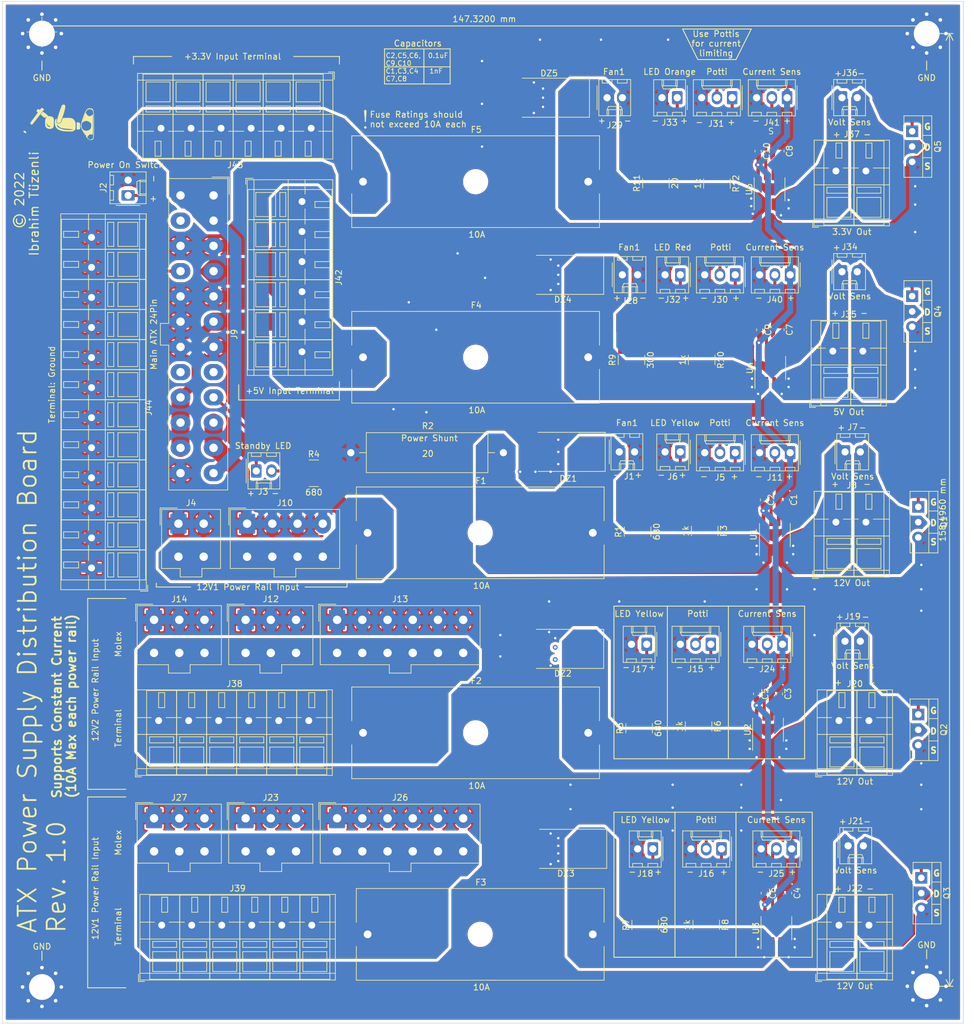
<source format=kicad_pcb>
(kicad_pcb (version 20211014) (generator pcbnew)
  (title_block (title "ATX Power Supply Distribution Board") (date "21.03.2022") (rev "1.0") (company "Ibrahim Tüzenli"))
  (layers (0 "F.Cu" signal) (31 "B.Cu" signal) (34 "B.Paste" user) (35 "F.Paste" user) (36 "B.SilkS" user "B.Silkscreen") (37 "F.SilkS" user "F.Silkscreen") (38 "B.Mask" user) (39 "F.Mask" user) (44 "Edge.Cuts" user))
  (net 0 "")
  (net 1 "Net-(C1-Pad2)")
  (net 2 "GND")
  (net 3 "+5V")
  (net 4 "Net-(C3-Pad2)")
  (net 5 "Net-(C4-Pad2)")
  (net 6 "Net-(C7-Pad2)")
  (net 7 "Net-(C8-Pad2)")
  (net 8 "Net-(DZ1-Pad1)")
  (net 9 "Net-(DZ2-Pad1)")
  (net 10 "Net-(DZ3-Pad1)")
  (net 11 "Net-(DZ5-Pad1)")
  (net 12 "+12V1")
  (net 13 "+12V2")
  (net 14 "+12V3")
  (net 15 "+3.3V")
  (net 16 "PS_ON")
  (net 17 "+5VSB")
  (net 18 "Net-(J3-Pad2)")
  (net 19 "Net-(J5-Pad2)")
  (net 20 "Net-(J5-Pad1)")
  (net 21 "Net-(J6-Pad1)")
  (net 22 "Net-(J7-Pad1)")
  (net 23 "12V1-")
  (net 24 "PWR_OK")
  (net 25 "-12V")
  (net 26 "-5V")
  (net 27 "Net-(J11-Pad2)")
  (net 28 "Net-(J15-Pad1)")
  (net 29 "Net-(J15-Pad2)")
  (net 30 "Net-(J16-Pad2)")
  (net 31 "Net-(J16-Pad1)")
  (net 32 "Net-(J17-Pad1)")
  (net 33 "Net-(J18-Pad1)")
  (net 34 "Net-(J19-Pad1)")
  (net 35 "12V2-")
  (net 36 "Net-(J21-Pad1)")
  (net 37 "12V3-")
  (net 38 "Net-(J24-Pad2)")
  (net 39 "Net-(J25-Pad2)")
  (net 40 "Net-(J30-Pad2)")
  (net 41 "Net-(J30-Pad1)")
  (net 42 "Net-(J31-Pad1)")
  (net 43 "Net-(J31-Pad2)")
  (net 44 "Net-(J32-Pad1)")
  (net 45 "Net-(J33-Pad1)")
  (net 46 "5V-")
  (net 47 "Net-(J34-Pad1)")
  (net 48 "Net-(J36-Pad1)")
  (net 49 "3.3V-")
  (net 50 "Net-(J40-Pad2)")
  (net 51 "Net-(J41-Pad2)")
  (net 52 "+F5V")
  (footprint "Capacitor_SMD:C_0603_1608Metric_Pad1.05x0.95mm_HandSolder" (layer "F.Cu") (at 142.621 98.411 -90)
    (fp_text reference "C2")
    (fp_text value "0.1uF")
  )
  (footprint "Capacitor_SMD:C_0603_1608Metric_Pad1.05x0.95mm_HandSolder" (layer "F.Cu") (at 145.288 130.683 -90)
    (fp_text reference "C3")
    (fp_text value "1nF")
  )
  (footprint "Capacitor_SMD:C_0603_1608Metric_Pad1.05x0.95mm_HandSolder" (layer "F.Cu") (at 145.542 70.104 -90)
    (fp_text reference "C7")
    (fp_text value "1nF")
  )
  (footprint "Capacitor_SMD:C_0603_1608Metric_Pad1.05x0.95mm_HandSolder" (layer "F.Cu") (at 145.542 40.386 -90)
    (fp_text reference "C8")
    (fp_text value "1nF")
  )
  (footprint "Capacitor_SMD:C_0603_1608Metric_Pad1.05x0.95mm_HandSolder" (layer "F.Cu") (at 141.986 70.104 -90)
    (fp_text reference "C9")
    (fp_text value "0.1uF")
  )
  (footprint "Capacitor_SMD:C_0603_1608Metric_Pad1.05x0.95mm_HandSolder" (layer "F.Cu") (at 141.732 40.386 -90)
    (fp_text reference "C10")
    (fp_text value "0.1uF")
  )
  (footprint "Diode_SMD:D_SMC_Handsoldering" (layer "F.Cu") (at 109.22 123.19 180)
    (fp_text reference "DZ2")
    (fp_text value "D_Zener_ALT")
  )
  (footprint "Diode_SMD:D_SMC_Handsoldering" (layer "F.Cu") (at 109.22 60.96 180)
    (fp_text reference "DZ4")
    (fp_text value "D_Zener_ALT")
  )
  (footprint "Diode_SMD:D_SMC_Handsoldering" (layer "F.Cu") (at 106.852 31.496 180)
    (fp_text reference "DZ5")
    (fp_text value "D_Zener_ALT")
  )
  (footprint "Fuse:Fuseholder_Cylinder-6.3x32mm_Schurter_0031-8002_Horizontal_Open" (layer "F.Cu") (at 76.708 103.886)
    (fp_text reference "F1")
    (fp_text value "10A")
  )
  (footprint "Fuse:Fuseholder_Cylinder-6.3x32mm_Schurter_0031-8002_Horizontal_Open" (layer "F.Cu") (at 75.946 137.16)
    (fp_text reference "F2")
    (fp_text value "10A")
  )
  (footprint "Fuse:Fuseholder_Cylinder-6.3x32mm_Schurter_0031-8002_Horizontal_Open" (layer "F.Cu") (at 76.708 170.688)
    (fp_text reference "F3")
    (fp_text value "10A")
  )
  (footprint "Fuse:Fuseholder_Cylinder-6.3x32mm_Schurter_0031-8002_Horizontal_Open" (layer "F.Cu") (at 75.946 45.466)
    (fp_text reference "F5")
    (fp_text value "10A")
  )
  (footprint "Connector_Molex:Molex_KK-254_AE-6410-02A_1x02_P2.54mm_Vertical" (layer "F.Cu") (at 118.618 90.424)
    (fp_text reference "J1")
    (fp_text value "Fan1")
  )
  (footprint "Connector_Molex:Molex_KK-254_AE-6410-02A_1x02_P2.54mm_Vertical" (layer "F.Cu") (at 58.166 93.599)
    (fp_text reference "J3")
    (fp_text value "Standby LED")
  )
  (footprint "Connector_Molex:Molex_Mini-Fit_Jr_5566-04A_2x02_P4.20mm_Vertical" (layer "F.Cu") (at 45.212 102.362)
    (fp_text reference "J4")
    (fp_text value "ATX 12V1 Input")
  )
  (footprint "Connector_Molex:Molex_KK-254_AE-6410-02A_1x02_P2.54mm_Vertical" (layer "F.Cu") (at 128.778 90.424 180)
    (fp_text reference "J6")
    (fp_text value "LED Yellow")
  )
  (footprint "Connector_Molex:Molex_KK-254_AE-6410-02A_1x02_P2.54mm_Vertical" (layer "F.Cu") (at 156.21 90.424)
    (fp_text reference "J7")
    (fp_text value "Volt Sens")
  )
  (footprint "Connector_Molex:Molex_Mini-Fit_Jr_5566-24A_2x12_P4.20mm_Vertical" (layer "F.Cu") (at 51.054 47.752 -90)
    (fp_text reference "J9")
    (fp_text value "Main ATX 24Pin")
  )
  (footprint "Connector_Molex:Molex_KK-254_AE-6410-03A_1x03_P2.54mm_Vertical" (layer "F.Cu") (at 147.066 90.551 180)
    (fp_text reference "J11")
    (fp_text value "Current Sens")
  )
  (footprint "Connector_Molex:Molex_KK-254_AE-6410-03A_1x03_P2.54mm_Vertical" (layer "F.Cu") (at 135.636 156.464 180)
    (fp_text reference "J16")
    (fp_text value "Potti")
  )
  (footprint "Connector_Molex:Molex_KK-254_AE-6410-02A_1x02_P2.54mm_Vertical" (layer "F.Cu") (at 123.19 122.428 180)
    (fp_text reference "J17")
    (fp_text value "LED Yellow")
  )
  (footprint "Connector_Molex:Molex_KK-254_AE-6410-02A_1x02_P2.54mm_Vertical" (layer "F.Cu") (at 124.206 156.464 180)
    (fp_text reference "J18")
    (fp_text value "LED Yellow")
  )
  (footprint "Connector_Molex:Molex_KK-254_AE-6410-02A_1x02_P2.54mm_Vertical" (layer "F.Cu") (at 156.21 121.92)
    (fp_text reference "J19")
    (fp_text value "Volt Sens")
  )
  (footprint "Connector_Molex:Molex_KK-254_AE-6410-02A_1x02_P2.54mm_Vertical" (layer "F.Cu") (at 156.718 155.956)
    (fp_text reference "J21")
    (fp_text value "Volt Sens")
  )
  (footprint "Connector_Molex:Molex_Mini-Fit_Jr_5566-06A_2x03_P4.20mm_Vertical" (layer "F.Cu") (at 56.388 151.384)
    (fp_text reference "J23")
    (fp_text value "Molex: ATX 12V3 Input")
  )
  (footprint "Connector_Molex:Molex_KK-254_AE-6410-03A_1x03_P2.54mm_Vertical" (layer "F.Cu") (at 145.796 122.428 180)
    (fp_text reference "J24")
    (fp_text value "Current Sens")
  )
  (footprint "Connector_Molex:Molex_Mini-Fit_Jr_5566-12A_2x06_P4.20mm_Vertical" (layer "F.Cu") (at 71.628 151.384)
    (fp_text reference "J26")
    (fp_text value "Molex: ATX 12V3 Input")
  )
  (footprint "Connector_Molex:Molex_Mini-Fit_Jr_5566-06A_2x03_P4.20mm_Vertical" (layer "F.Cu") (at 41.148 151.384)
    (fp_text reference "J27")
    (fp_text value "Molex: ATX 12V3 Input")
  )
  (footprint "Connector_Molex:Molex_KK-254_AE-6410-02A_1x02_P2.54mm_Vertical" (layer "F.Cu") (at 119.126 60.96)
    (fp_text reference "J28")
    (fp_text value "Fan1")
  )
  (footprint "Connector_Molex:Molex_KK-254_AE-6410-02A_1x02_P2.54mm_Vertical" (layer "F.Cu") (at 116.586 31.496)
    (fp_text reference "J29")
    (fp_text value "Fan1")
  )
  (footprint "Connector_Molex:Molex_KK-254_AE-6410-03A_1x03_P2.54mm_Vertical" (layer "F.Cu") (at 137.922 60.96 180)
    (fp_text reference "J30")
    (fp_text value "Potti")
  )
  (footprint "Connector_Molex:Molex_KK-254_AE-6410-03A_1x03_P2.54mm_Vertical" (layer "F.Cu") (at 137.414 31.496 180)
    (fp_text reference "J31")
    (fp_text value "Potti")
  )
  (footprint "Connector_Molex:Molex_KK-254_AE-6410-02A_1x02_P2.54mm_Vertical" (layer "F.Cu") (at 128.778 60.96 180)
    (fp_text reference "J32")
    (fp_text value "LED Red")
  )
  (footprint "Connector_Molex:Molex_KK-254_AE-6410-02A_1x02_P2.54mm_Vertical" (layer "F.Cu") (at 128.27 31.496 180)
    (fp_text reference "J33")
    (fp_text value "LED Orange")
  )
  (footprint "Connector_Molex:Molex_KK-254_AE-6410-02A_1x02_P2.54mm_Vertical" (layer "F.Cu") (at 155.702 60.452)
    (fp_text reference "J34")
    (fp_text value "Volt Sens")
  )
  (footprint "Connector_Molex:Molex_KK-254_AE-6410-02A_1x02_P2.54mm_Vertical" (layer "F.Cu") (at 155.702 31.496)
    (fp_text reference "J36")
    (fp_text value "Volt Sens")
  )
  (footprint "Connector_Molex:Molex_KK-254_AE-6410-03A_1x03_P2.54mm_Vertical" (layer "F.Cu") (at 147.066 60.96 180)
    (fp_text reference "J40")
    (fp_text value "Current Sens")
  )
  (footprint "Connector_Molex:Molex_KK-254_AE-6410-03A_1x03_P2.54mm_Vertical" (layer "F.Cu") (at 146.558 31.496 180)
    (fp_text reference "J41")
    (fp_text value "Current Sens")
  )
  (footprint "Package_TO_SOT_THT:TO-220-3_Vertical" (layer "F.Cu") (at 168.402 99.568 -90)
    (fp_text reference "Q1")
    (fp_text value "Q_NMOS_DGS")
  )
  (footprint "Package_TO_SOT_THT:TO-220-3_Vertical" (layer "F.Cu") (at 167.386 64.516 -90)
    (fp_text reference "Q4")
    (fp_text value "Q_NMOS_DGS")
  )
  (footprint "Package_TO_SOT_THT:TO-220-3_Vertical" (layer "F.Cu") (at 167.386 37.084 -90)
    (fp_text reference "Q5")
    (fp_text value "Q_NMOS_DGS")
  )
  (footprint "Package_SO:SOIC-8_3.9x4.9mm_P1.27mm" (layer "F.Cu") (at 144.526 104.267 90)
    (fp_text reference "U1")
    (fp_text value "ACS712xLCTR-20A")
  )
  (footprint "Package_SO:SOIC-8_3.9x4.9mm_P1.27mm" (layer "F.Cu") (at 143.383 136.652 90)
    (fp_text reference "U2")
    (fp_text value "ACS712xLCTR-20A")
  )
  (footprint "Package_SO:SOIC-8_3.9x4.9mm_P1.27mm" (layer "F.Cu") (at 143.764 76.454 90)
    (fp_text reference "U4")
    (fp_text value "ACS712xLCTR-20A")
  )
  (footprint "Package_SO:SOIC-8_3.9x4.9mm_P1.27mm" (layer "F.Cu") (at 143.637 46.736 90)
    (fp_text reference "U5")
    (fp_text value "ACS712xLCTR-20A")
  )
  (footprint "Resistor_THT:R_Axial_Power_L20.0mm_W6.4mm_P25.40mm" (layer "F.Cu") (at 99.314 90.551 180)
    (fp_text reference "R2")
    (fp_text value "20")
  )
  (footprint "Connector_Molex:Molex_KK-254_AE-6410-03A_1x03_P2.54mm_Vertical" (layer "F.Cu") (at 137.922 90.551 180)
    (fp_text reference "J5")
    (fp_text value "Potti")
  )
  (footprint "Capacitor_SMD:C_0603_1608Metric_Pad1.05x0.95mm_HandSolder" (layer "F.Cu") (at 146.431 98.411 -90)
    (fp_text reference "C1")
    (fp_text value "1nF")
  )
  (footprint "Connector_Molex:Molex_Mini-Fit_Jr_5566-08A_2x04_P4.20mm_Vertical" (layer "F.Cu") (at 56.642 102.362)
    (fp_text reference "J10")
    (fp_text value "ATX 12V1 Input")
  )
  (footprint "TerminalBlock_WAGO:TerminalBlock_WAGO_236-102_1x02_P5.00mm_45Degree" (layer "F.Cu") (at 154.686 102.108)
    (fp_text reference "J8")
    (fp_text value "12V Out")
  )
  (footprint "TerminalBlock_WAGO:TerminalBlock_WAGO_236-102_1x02_P5.00mm_45Degree" (layer "F.Cu") (at 155.194 135.128)
    (fp_text reference "J20")
    (fp_text value "12V Out")
  )
  (footprint "TerminalBlock_WAGO:TerminalBlock_WAGO_236-102_1x02_P5.00mm_45Degree" (layer "F.Cu") (at 154.178 73.66)
    (fp_text reference "J35")
    (fp_text value "5V Out")
  )
  (footprint "TerminalBlock_WAGO:TerminalBlock_WAGO_236-102_1x02_P5.00mm_45Degree" (layer "F.Cu") (at 154.686 43.688)
    (fp_text reference "J37")
    (fp_text value "3.3V Out")
  )
  (footprint "TerminalBlock_WAGO:TerminalBlock_WAGO_236-112_1x12_P5.00mm_45Degree" (layer "F.Cu") (at 30.734 109.728 90)
    (fp_text reference "J44")
    (fp_text value "Terminal: Ground")
  )
  (footprint "Diode_SMD:D_SMC_Handsoldering" (layer "F.Cu") (at 109.474 90.424 180)
    (fp_text reference "DZ1")
    (fp_text value "D_Zener_ALT")
  )
  (footprint "Capacitor_SMD:C_0603_1608Metric_Pad1.05x0.95mm_HandSolder" (layer "F.Cu") (at 141.478 130.683 -90)
    (fp_text reference "C5")
    (fp_text value "0.1uF")
  )
  (footprint "Package_TO_SOT_THT:TO-220-3_Vertical" (layer "F.Cu") (at 168.402 134.112 -90)
    (fp_text reference "Q2")
    (fp_text value "Q_NMOS_DGS")
  )
  (footprint "Resistor_SMD:R_2816_7142Metric_Pad3.20x4.45mm_HandSolder" (layer "F.Cu") (at 133.096 169.104 -90)
    (fp_text reference "R8")
    (fp_text value "1k")
  )
  (footprint "Resistor_SMD:R_2816_7142Metric_Pad3.20x4.45mm_HandSolder" (layer "F.Cu") (at 124.714 45.72 90)
    (fp_text reference "R11")
    (fp_text value "20")
  )
  (footprint "Resistor_SMD:R_2816_7142Metric_Pad3.20x4.45mm_HandSolder" (layer "F.Cu") (at 121.666 103.692 90)
    (fp_text reference "R1")
    (fp_text value "680")
  )
  (footprint "Resistor_SMD:R_2816_7142Metric_Pad3.20x4.45mm_HandSolder" (layer "F.Cu") (at 132.842 103.572 -90)
    (fp_text reference "R3")
    (fp_text value "1k")
  )
  (footprint "Resistor_SMD:R_2816_7142Metric_Pad3.20x4.45mm_HandSolder" (layer "F.Cu") (at 121.92 136.398 90)
    (fp_text reference "R5")
    (fp_text value "680")
  )
  (footprint "Resistor_SMD:R_2816_7142Metric_Pad3.20x4.45mm_HandSolder" (layer "F.Cu") (at 131.826 136.084 -90)
    (fp_text reference "R6")
    (fp_text value "1k")
  )
  (footprint "Resistor_SMD:R_2816_7142Metric_Pad3.20x4.45mm_HandSolder" (layer "F.Cu") (at 120.65 75.124 90)
    (fp_text reference "R9")
    (fp_text value "300")
  )
  (footprint "Resistor_SMD:R_2816_7142Metric_Pad3.20x4.45mm_HandSolder" (layer "F.Cu") (at 132.334 75.124 -90)
    (fp_text reference "R10")
    (fp_text value "1k")
  )
  (footprint "Resistor_SMD:R_2816_7142Metric_Pad3.20x4.45mm_HandSolder" (layer "F.Cu") (at 122.936 169.104 90)
    (fp_text reference "R7")
    (fp_text value "680")
  )
  (footprint "Capacitor_SMD:C_0603_1608Metric_Pad1.05x0.95mm_HandSolder" (layer "F.Cu") (at 146.812 163.83 -90)
    (fp_text reference "C4")
    (fp_text value "1nF")
  )
  (footprint "Capacitor_SMD:C_0603_1608Metric_Pad1.05x0.95mm_HandSolder" (layer "F.Cu") (at 142.748 163.83 -90)
    (fp_text reference "C6")
    (fp_text value "0.1uF")
  )
  (footprint "Package_SO:SOIC-8_3.9x4.9mm_P1.27mm" (layer "F.Cu") (at 144.78 169.672 90)
    (fp_text reference "U3")
    (fp_text value "ACS712xLCTR-20A")
  )
  (footprint "Connector_Molex:Molex_KK-254_AE-6410-03A_1x03_P2.54mm_Vertical" (layer "F.Cu") (at 147.32 156.464 180)
    (fp_text reference "J25")
    (fp_text value "Current Sens")
  )
  (footprint "Diode_SMD:D_SMC_Handsoldering" (layer "F.Cu") (at 109.728 156.464 180)
    (fp_text reference "DZ3")
    (fp_text value "D_Zener_ALT")
  )
  (footprint "Resistor_SMD:R_2816_7142Metric_Pad3.20x4.45mm_HandSolder" (layer "F.Cu") (at 67.758 93.98)
    (fp_text reference "R4")
    (fp_text value "680")
  )
  (footprint "MountingHole:MountingHole_4.3mm_M4_Pad_Via" (layer "F.Cu") (at 169.799 20.828)
    (fp_text reference "REF**" hide)
    (fp_text value "Mounting Hole")
  )
  (footprint "MountingHole:MountingHole_4.3mm_M4_Pad_Via" (layer "F.Cu") (at 22.479 20.828)
    (fp_text reference "REF**" hide)
    (fp_text value "Mounting Hole")
  )
  (footprint "MountingHole:MountingHole_4.3mm_M4_Pad_Via" (layer "F.Cu") (at 169.799 179.324)
    (fp_text reference "REF**" hide)
    (fp_text value "Mounting Hole")
  )
  (footprint "Connector_Molex:Molex_KK-254_AE-6410-03A_1x03_P2.54mm_Vertical" (layer "F.Cu") (at 133.858 122.428 180)
    (fp_text reference "J15")
    (fp_text value "Potti")
  )
  (footprint "Connector_Molex:Molex_Mini-Fit_Jr_5566-06A_2x03_P4.20mm_Vertical" (layer "F.Cu") (at 56.388 118.364)
    (fp_text reference "J12")
    (fp_text value "Molex: ATX 12V2 Input")
  )
  (footprint "Connector_Molex:Molex_Mini-Fit_Jr_5566-12A_2x06_P4.20mm_Vertical" (layer "F.Cu") (at 71.628 118.364)
    (fp_text reference "J13")
    (fp_text value "Molex: ATX 12V2 Input")
  )
  (footprint "Connector_Molex:Molex_Mini-Fit_Jr_5566-06A_2x03_P4.20mm_Vertical" (layer "F.Cu") (at 41.148 118.364)
    (fp_text reference "J14")
    (fp_text value "Molex: ATX 12V2 Input")
  )
  (footprint "Resistor_SMD:R_2816_7142Metric_Pad3.20x4.45mm_HandSolder" (layer "F.Cu") (at 134.874 45.78 -90)
    (fp_text reference "R12")
    (fp_text value "1k")
  )
  (footprint "Package_TO_SOT_THT:TO-220-3_Vertical" (layer "F.Cu") (at 168.91 161.29 -90)
    (fp_text reference "Q3")
    (fp_text value "Q_NMOS_DGS")
  )
  (footprint "TerminalBlock_WAGO:TerminalBlock_WAGO_236-102_1x02_P5.00mm_45Degree" (layer "F.Cu") (at 155.194 169.164)
    (fp_text reference "J22")
    (fp_text value "12V Out")
  )
  (footprint "TerminalBlock_WAGO:TerminalBlock_WAGO_236-106_1x06_P5.00mm_45Degree" (layer "F.Cu") (at 41.91 135.128)
    (fp_text reference "J38")
    (fp_text value "Terminal: +12V2 Input")
  )
  (footprint "TerminalBlock_WAGO:TerminalBlock_WAGO_236-106_1x06_P5.00mm_45Degree" (layer "F.Cu") (at 42.418 169.164)
    (fp_text reference "J39")
    (fp_text value "Terminal: +12V3 Input")
  )
  (footprint "TerminalBlock_WAGO:TerminalBlock_WAGO_236-106_1x06_P5.00mm_45Degree" (layer "F.Cu") (at 65.786 48.768 -90)
    (fp_text reference "J42")
    (fp_text value "Terminal: +5V Input")
  )
  (footprint "TerminalBlock_WAGO:TerminalBlock_WAGO_236-106_1x06_P5.00mm_45Degree" (layer "F.Cu") (at 67.31 36.576 180)
    (fp_text reference "J43")
    (fp_text value "Terminal: +3.3V Input")
  )
  (footprint "Connector_Molex:Molex_KK-254_AE-6410-02A_1x02_P2.54mm_Vertical" (layer "F.Cu") (at 36.83 47.752 90)
    (fp_text reference "J2")
    (fp_text value "Power On Switch")
  )
  (footprint "Fuse:Fuseholder_Cylinder-6.3x32mm_Schurter_0031-8002_Horizontal_Open" (layer "F.Cu") (at 75.946 74.676)
    (fp_text reference "F4")
    (fp_text value "10A")
  )
  (footprint "CustomFootPrints:logo_iboschtonosch" (layer "F.Cu") (at 24.788 35.088 90)
    (fp_text reference "G***" hide)
    (fp_text value "ÍboschTonosch")
  )
  (footprint "MountingHole:MountingHole_4.3mm_M4_Pad_Via" (layer "F.Cu") (at 22.479 179.451)
    (fp_text reference "REF**" hide)
    (fp_text value "Mounting Hole")
  )
  (gr_line (start 30.099 147.828) (end 30.099 179.578) (layer "F.SilkS") (width 0.15))
  (gr_line (start 30.099 179.578) (end 36.449 179.578) (layer "F.SilkS") (width 0.15))
  (gr_line (start 117.729 150.368) (end 118.999 150.368) (layer "F.SilkS") (width 0.15))
  (gr_line (start 138.049 174.498) (end 127.889 174.498) (layer "F.SilkS") (width 0.15))
  (gr_line (start 150.749 174.498) (end 138.049 174.498) (layer "F.SilkS") (width 0.15))
  (gr_line (start 117.729 141.478) (end 117.729 117.348) (layer "F.SilkS") (width 0.15))
  (gr_line (start 136.779 141.478) (end 126.619 141.478) (layer "F.SilkS") (width 0.15))
  (gr_line (start 149.479 141.478) (end 136.779 141.478) (layer "F.SilkS") (width 0.15))
  (gr_line (start 140.589 20.066) (end 129.159 20.066) (layer "F.SilkS") (width 0.15))
  (gr_line (start 169.799 174.752) (end 169.799 173.228) (layer "F.SilkS") (width 0.15))
  (gr_line (start 22.479 175.006) (end 22.479 173.482) (layer "F.SilkS") (width 0.15))
  (gr_line (start 90.4494 23.368) (end 90.4494 29.21) (layer "F.SilkS") (width 0.15))
  (gr_line (start 72.009 81.788) (end 55.245 81.788) (layer "F.SilkS") (width 0.15))
  (gr_line (start 129.159 20.066) (end 131.699 25.146) (layer "F.SilkS") (width 0.15))
  (gr_line (start 150.749 173.228) (end 150.749 174.498) (layer "F.SilkS") (width 0.15))
  (gr_line (start 117.729 174.498) (end 117.729 150.368) (layer "F.SilkS") (width 0.15))
  (gr_line (start 136.779 116.078) (end 149.479 116.078) (layer "F.SilkS") (width 0.15))
  (gr_line (start 117.729 116.078) (end 126.619 116.078) (layer "F.SilkS") (width 0.15))
  (gr_line (start 30.099 146.558) (end 36.449 146.558) (layer "F.SilkS") (width 0.15))
  (gr_line (start 37.719 24.638) (end 37.719 25.908) (layer "F.SilkS") (width 0.15))
  (gr_line (start 73.279 112.903) (end 73.279 112.268) (layer "F.SilkS") (width 0.15))
  (gr_line (start 117.729 117.348) (end 117.729 116.078) (layer "F.SilkS") (width 0.15))
  (gr_line (start 86.0806 23.4188) (end 86.0806 29.1592) (layer "F.SilkS") (width 0.15))
  (gr_line (start 72.009 78.74) (end 72.009 81.788) (layer "F.SilkS") (width 0.15))
  (gr_line (start 127.889 150.368) (end 138.049 150.368) (layer "F.SilkS") (width 0.15))
  (gr_line (start 44.069 24.638) (end 37.719 24.638) (layer "F.SilkS") (width 0.15))
  (gr_line (start 86.0806 29.1592) (end 86.0806 29.21) (layer "F.SilkS") (width 0.15))
  (gr_line (start 79.5782 26.3652) (end 90.4494 26.3652) (layer "F.SilkS") (width 0.15))
  (gr_line (start 138.049 150.368) (end 150.749 150.368) (layer "F.SilkS") (width 0.15))
  (gr_line (start 41.529 112.903) (end 41.529 112.268) (layer "F.SilkS") (width 0.15))
  (gr_line (start 138.049 150.368) (end 138.049 174.498) (layer "F.SilkS") (width 0.15))
  (gr_line (start 127.889 174.498) (end 117.729 174.498) (layer "F.SilkS") (width 0.15))
  (gr_line (start 138.049 25.146) (end 140.589 20.066) (layer "F.SilkS") (width 0.15))
  (gr_line (start 90.4494 29.21) (end 79.5274 29.21) (layer "F.SilkS") (width 0.15))
  (gr_line (start 22.479 26.924) (end 22.479 25.4) (layer "F.SilkS") (width 0.15))
  (gr_line (start 72.009 24.638) (end 72.009 25.908) (layer "F.SilkS") (width 0.15))
  (gr_line (start 118.999 150.368) (end 127.889 150.368) (layer "F.SilkS") (width 0.15))
  (gr_line (start 30.099 147.828) (end 36.449 147.828) (layer "F.SilkS") (width 0.15))
  (gr_line (start 55.245 81.788) (end 55.245 79.248) (layer "F.SilkS") (width 0.15))
  (gr_line (start 136.779 116.078) (end 136.779 141.478) (layer "F.SilkS") (width 0.15))
  (gr_line (start 126.619 116.078) (end 136.779 116.078) (layer "F.SilkS") (width 0.15))
  (gr_line (start 169.799 26.924) (end 169.799 25.4) (layer "F.SilkS") (width 0.15))
  (gr_line (start 149.479 140.208) (end 149.479 141.478) (layer "F.SilkS") (width 0.15))
  (gr_line (start 149.479 116.078) (end 149.479 140.208) (layer "F.SilkS") (width 0.15))
  (gr_line (start 150.749 150.368) (end 150.749 173.228) (layer "F.SilkS") (width 0.15))
  (gr_line (start 47.244 112.903) (end 41.529 112.903) (layer "F.SilkS") (width 0.15))
  (gr_line (start 79.5274 29.21) (end 79.5274 23.368) (layer "F.SilkS") (width 0.15))
  (gr_line (start 30.099 114.808) (end 30.099 146.558) (layer "F.SilkS") (width 0.15))
  (gr_line (start 126.619 141.478) (end 117.729 141.478) (layer "F.SilkS") (width 0.15))
  (gr_line (start 64.389 24.638) (end 72.009 24.638) (layer "F.SilkS") (width 0.15))
  (gr_line (start 127.889 150.368) (end 127.889 174.498) (layer "F.SilkS") (width 0.15))
  (gr_line (start 79.5274 23.368) (end 90.4494 23.368) (layer "F.SilkS") (width 0.15))
  (gr_line (start 66.294 112.903) (end 73.279 112.903) (layer "F.SilkS") (width 0.15))
  (gr_line (start 36.449 114.808) (end 30.099 114.808) (layer "F.SilkS") (width 0.15))
  (gr_line (start 126.619 116.078) (end 126.619 141.478) (layer "F.SilkS") (width 0.15))
  (gr_line (start 131.699 25.146) (end 138.049 25.146) (layer "F.SilkS") (width 0.15))
  (gr_line (start 15.898 185.456) (end 175.898 185.456) (layer "Edge.Cuts") (width 0.1))
  (gr_line (start 15.898 15.456) (end 15.898 185.456) (layer "Edge.Cuts") (width 0.1))
  (gr_line (start 15.898 15.456) (end 175.898 15.456) (layer "Edge.Cuts") (width 0.1))
  (gr_line (start 175.898 185.456) (end 175.898 15.456) (layer "Edge.Cuts") (width 0.1))
  (gr_text "+" (at 129.413 35.306) (layer "F.SilkS") (effects (font (size 1 1))))
  (gr_text "-" (at 124.587 35.306) (layer "F.SilkS") (effects (font (size 1 1))))
  (gr_text "+" (at 115.697 35.306) (layer "F.SilkS") (effects (font (size 1 1))))
  (gr_text "+" (at 155.067 163.068) (layer "F.SilkS") (effects (font (size 1 1))))
  (gr_text "-" (at 160.401 163.068) (layer "F.SilkS") (effects (font (size 1 1))))
  (gr_text "+" (at 154.813 37.592) (layer "F.SilkS") (effects (font (size 1 1))))
  (gr_text "+" (at 41.021 48.26) (layer "F.SilkS") (effects (font (size 1 1))))
  (gr_text "+" (at 57.277 97.282) (layer "F.SilkS") (effects (font (size 1 1))))
  (gr_text "12V1 Power Rail Input" (at 31.369 163.068 90) (layer "F.SilkS") (effects (font (size 1 1))))
  (gr_text "Terminal" (at 35.179 169.418 90) (layer "F.SilkS") (effects (font (size 1 1))))
  (gr_text "Molex" (at 35.179 155.448 90) (layer "F.SilkS") (effects (font (size 1 1))))
  (gr_text "+5V Input Terminal" (at 63.754 80.264) (layer "F.SilkS") (effects (font (size 1 1))))
  (gr_text "-" (at 159.639 117.856) (layer "F.SilkS") (effects (font (size 1 1))))
  (gr_text "D" (at 171.45 163.957) (layer "F.SilkS") (effects (font (size 1 1) (thickness 0.25))))
  (gr_text "S" (at 171.45 167.132) (layer "F.SilkS") (effects (font (size 1 1) (thickness 0.25))))
  (gr_text "G" (at 171.45 160.528) (layer "F.SilkS") (effects (font (size 1 1) (thickness 0.25))))
  (gr_text "GND" (at 169.799 172.466) (layer "F.SilkS") (effects (font (size 1 1))))
  (gr_text "GND" (at 22.479 172.72) (layer "F.SilkS") (effects (font (size 1 1))))
  (gr_text "12V1 Power Rail Input" (at 56.769 112.903) (layer "F.SilkS") (effects (font (size 1 1))))
  (gr_text "© 2022\nIbrahim Tüzenli " (at 19.962 48.55 90) (layer "F.SilkS") (effects (font (size 1.5 1.5) (thickness 0.2))))
  (gr_text "-" (at 142.113 160.274) (layer "F.SilkS") (effects (font (size 1 1))))
  (gr_text "Power Shunt" (at 86.995 88.138) (layer "F.SilkS") (effects (font (size 1 1))))
  (gr_text "+" (at 147.193 64.77) (layer "F.SilkS") (effects (font (size 1 1))))
  (gr_text "-" (at 160.655 128.778) (layer "F.SilkS") (effects (font (size 1 1))))
  (gr_text "-" (at 141.859 64.77) (layer "F.SilkS") (effects (font (size 1 1))))
  (gr_text "+" (at 154.559 95.758) (layer "F.SilkS") (effects (font (size 1 1))))
  (gr_text "G" (at 169.926 36.322) (layer "F.SilkS") (effects (font (size 1 1) (thickness 0.25))))
  (gr_text "S" (at 169.926 42.926) (layer "F.SilkS") (effects (font (size 1 1) (thickness 0.25))))
  (gr_text "D" (at 170.942 102.235) (layer "F.SilkS") (effects (font (size 1 1) (thickness 0.25))))
  (gr_text "-" (at 120.015 35.306) (layer "F.SilkS") (effects (font (size 1 1))))
  (gr_text "-" (at 158.877 27.432) (layer "F.SilkS") (effects (font (size 1 1))))
  (gr_text "-" (at 141.859 94.488) (layer "F.SilkS") (effects (font (size 1 1))))
  (gr_text "+" (at 155.067 27.432) (layer "F.SilkS") (effects (font (size 1 1))))
  (gr_text "12V2 Power Rail Input" (at 31.369 130.048 90) (layer "F.SilkS") (effects (font (size 1 1))))
  (gr_text "Molex" (at 35.179 122.428 90) (layer "F.SilkS") (effects (font (size 1 1))))
  (gr_text "-" (at 159.893 151.892) (layer "F.SilkS") (effects (font (size 1 1))))
  (gr_text "D" (at 169.926 39.751) (layer "F.SilkS") (effects (font (size 1 1) (thickness 0.25))))
  (gr_text "+" (at 155.321 117.856) (layer "F.SilkS") (effects (font (size 1 1))))
  (gr_text "GND" (at 22.479 28.194) (layer "F.SilkS") (effects (font (size 1 1))))
  (gr_text "-" (at 122.555 64.77) (layer "F.SilkS") (effects (font (size 1 1))))
  (gr_text "Use Pottis\nfor current\nlimiting" (at 134.747 22.479) (layer "F.SilkS") (effects (font (size 1 1))))
  (gr_text "-" (at 61.341 97.282) (layer "F.SilkS") (effects (font (size 1 1))))
  (gr_text "S" (at 143.891 37.084) (layer "F.SilkS") (effects (font (size 1 1) (thickness 0.125))))
  (gr_text "+" (at 154.559 67.31) (layer "F.SilkS") (effects (font (size 1 1))))
  (gr_text "-" (at 118.237 94.234) (layer "F.SilkS") (effects (font (size 1 1))))
  (gr_text "+" (at 137.795 94.488) (layer "F.SilkS") (effects (font (size 1 1))))
  (gr_text "-" (at 132.715 94.488) (layer "F.SilkS") (effects (font (size 1 1))))
  (gr_text "-" (at 159.131 86.36) (layer "F.SilkS") (effects (font (size 1 1))))
  (gr_text "+" (at 154.813 56.388) (layer "F.SilkS") (effects (font (size 1 1))))
  (gr_text "+" (at 147.447 160.274) (layer "F.SilkS") (effects (font (size 1 1))))
  (gr_text "C2,C5,C6,  0.1uF\nC9,C10\nC1,C3,C4   1nF\nC7,C8" (at 79.6544 26.416) (layer "F.SilkS") (effects (font (size 0.8 0.8) (thickness 0.125)) (justify left)))
  (gr_text "-" (at 125.603 94.234) (layer "F.SilkS") (effects (font (size 1 1))))
  (gr_text "ATX Power Supply Distribution Board \nRev. 1.0" (at 22.479 170.688 90) (layer "F.SilkS") (effects (font (size 3 3) (thickness 0.3)) (justify left)))
  (gr_text "+" (at 155.067 128.778) (layer "F.SilkS") (effects (font (size 1 1))))
  (gr_text "-" (at 41.021 44.958 90) (layer "F.SilkS") (effects (font (size 1 1))))
  (gr_text "-" (at 130.429 160.274) (layer "F.SilkS") (effects (font (size 1 1))))
  (gr_text "-" (at 131.953 35.56) (layer "F.SilkS") (effects (font (size 1 1))))
  (gr_text "Fuse Ratings should\nnot exceed 10A each" (at 76.9874 35.1028) (layer "F.SilkS") (effects (font (size 1 1)) (justify left)))
  (gr_text "-" (at 125.603 64.77) (layer "F.SilkS") (effects (font (size 1 1))))
  (gr_text "GND" (at 169.799 28.194) (layer "F.SilkS") (effects (font (size 1 1))))
  (gr_text "S" (at 170.942 140.081) (layer "F.SilkS") (effects (font (size 1 1) (thickness 0.25))))
  (gr_text "S" (at 170.942 105.41) (layer "F.SilkS") (effects (font (size 1 1) (thickness 0.25))))
  (gr_text "+" (at 124.079 126.238) (layer "F.SilkS") (effects (font (size 1 1))))
  (gr_text "-" (at 159.893 95.758) (layer "F.SilkS") (effects (font (size 1 1))))
  (gr_text "+" (at 155.575 86.36) (layer "F.SilkS") (effects (font (size 1 1))))
  (gr_text "+" (at 145.923 126.238) (layer "F.SilkS") (effects (font (size 1 1))))
  (gr_text "Capacitors" (at 85.0646 22.4536) (layer "F.SilkS") (effects (font (size 1 1))))
  (gr_text "-" (at 141.351 35.306) (layer "F.SilkS") (effects (font (size 1 1))))
  (gr_text "G" (at 170.942 98.806) (layer "F.SilkS") (effects (font (size 1 1) (thickness 0.25))))
  (gr_text "+" (at 129.667 64.77) (layer "F.SilkS") (effects (font (size 1 1))))
  (gr_text "+" (at 146.558 35.306) (layer "F.SilkS") (effects (font (size 1 1))))
  (gr_text "Terminal" (at 35.179 136.398 90) (layer "F.SilkS") (effects (font (size 1 1))))
  (gr_text "S" (at 169.926 70.358) (layer "F.SilkS") (effects (font (size 1 1) (thickness 0.25))))
  (gr_text "+" (at 146.939 94.488) (layer "F.SilkS") (effects (font (size 1 1))))
  (gr_text "+" (at 125.095 160.274) (layer "F.SilkS") (effects (font (size 1 1))))
  (gr_text "!" (at 76.327 35.2044) (layer "F.SilkS") (effects (font (size 3 3))))
  (gr_text "+" (at 136.017 160.274) (layer "F.SilkS") (effects (font (size 1 1))))
  (gr_text "+" (at 118.237 64.77) (layer "F.SilkS") (effects (font (size 1 1))))
  (gr_text "+" (at 155.829 151.892) (layer "F.SilkS") (effects (font (size 1 1))))
  (gr_text "+" (at 129.159 94.234) (layer "F.SilkS") (effects (font (size 1 1))))
  (gr_text "-" (at 128.651 126.238) (layer "F.SilkS") (effects (font (size 1 1))))
  (gr_text "-" (at 159.893 37.592) (layer "F.SilkS") (effects (font (size 1 1))))
  (gr_text "G" (at 169.926 63.754) (layer "F.SilkS") (effects (font (size 1 1) (thickness 0.25))))
  (gr_text "D" (at 169.926 67.183) (layer "F.SilkS") (effects (font (size 1 1) (thickness 0.25))))
  (gr_text "-" (at 132.715 64.77) (layer "F.SilkS") (effects (font (size 1 1))))
  (gr_text "Supports Constant Current \n(10A Max each power rail)" (at 26.162 148.209 90) (layer "F.SilkS") (effects (font (size 1.5 1.5) (thickness 0.3)) (justify left)))
  (gr_text "+" (at 133.985 126.238) (layer "F.SilkS") (effects (font (size 1 1))))
  (gr_text "-" (at 119.761 126.238) (layer "F.SilkS") (effects (font (size 1 1))))
  (gr_text "-" (at 159.385 67.31) (layer "F.SilkS") (effects (font (size 1 1))))
  (gr_text "+" (at 137.287 35.56) (layer "F.SilkS") (effects (font (size 1 1))))
  (gr_text "D" (at 170.942 136.906) (layer "F.SilkS") (effects (font (size 1 1) (thickness 0.25))))
  (gr_text "+" (at 121.793 94.234) (layer "F.SilkS") (effects (font (size 1 1))))
  (gr_text "-" (at 140.589 126.238) (layer "F.SilkS") (effects (font (size 1 1))))
  (gr_text "+3.3V Input Terminal" (at 54.229 24.638) (layer "F.SilkS") (effects (font (size 1 1))))
  (gr_text "G" (at 170.942 133.477) (layer "F.SilkS") (effects (font (size 1 1) (thickness 0.25))))
  (gr_text "+" (at 138.049 64.77) (layer "F.SilkS") (effects (font (size 1 1))))
  (gr_text "-" (at 120.777 160.274) (layer "F.SilkS") (effects (font (size 1 1))))
  (dimension (type aligned) (layer "F.SilkS") (pts (xy 169.799 20.828) (xy 169.799 179.324)) (height -3.81) (gr_text "158.4960 mm" (at 172.459 100.076 90) (layer "F.SilkS") (effects (font (size 1 1) (thickness 0.15)))) (format (units 2) (units_format 1) (precision 4)) (style (thickness 0.15) (arrow_length 1.27) (text_position_mode 0) (extension_height 0.58642) (extension_offset 0) keep_text_aligned))
  (dimension (type aligned) (layer "F.SilkS") (pts (xy 169.799 20.828) (xy 22.479 20.828)) (height 1.27) (gr_text "147.3200 mm" (at 96.139 18.408) (layer "F.SilkS") (effects (font (size 1 1) (thickness 0.15)))) (format (units 2) (units_format 1) (precision 4)) (style (thickness 0.15) (arrow_length 1.27) (text_position_mode 0) (extension_height 0.58642) (extension_offset 0) keep_text_aligned))
  (target plus (at 22.479 20.574) (size 5) (width 0.1) (layer "Edge.Cuts"))
  (target plus (at 22.479 20.574) (size 5) (width 0.1) (layer "Edge.Cuts"))
  (via (at 107.95 124.968) (size 0.8) (drill 0.4) (layers "F.Cu" "B.Cu") (net 0))
  (via (at 107.95 122.936) (size 0.8) (drill 0.4) (layers "F.Cu" "B.Cu") (net 0))
  (segment (start 145.161 101.792) (end 145.161 100.556) (width 0.5) (layer "F.Cu") (net 1))
  (segment (start 145.161 100.556) (end 146.431 99.286) (width 0.5) (layer "F.Cu") (net 1))
  (via (at 167.894 76.708) (size 0.8) (drill 0.4) (layers "F.Cu" "B.Cu") (net 2))
  (via (at 138.938 153.416) (size 0.8) (drill 0.4) (layers "F.Cu" "B.Cu") (net 2))
  (via (at 95.758 25.4) (size 0.8) (drill 0.4) (layers "F.Cu" "B.Cu") (net 2))
  (via (at 145.542 148.336) (size 0.8) (drill 0.4) (layers "F.Cu" "B.Cu") (net 2))
  (via (at 96.266 61.468) (size 0.8) (drill 0.4) (layers "F.Cu" "B.Cu") (net 2))
  (via (at 141.478 113.284) (size 0.8) (drill 0.4) (layers "F.Cu" "B.Cu") (net 2))
  (via (at 127.508 153.416) (size 0.8) (drill 0.4) (layers "F.Cu" "B.Cu") (net 2))
  (via (at 104.648 93.726) (size 0.8) (drill 0.4) (layers "F.Cu" "B.Cu") (net 2))
  (via (at 105.918 31.496) (size 0.8) (drill 0.4) (layers "F.Cu" "B.Cu") (net 2))
  (via (at 108.458 59.436) (size 0.8) (drill 0.4) (layers "F.Cu" "B.Cu") (net 2))
  (via (at 167.894 79.756) (size 0.8) (drill 0.4) (layers "F.Cu" "B.Cu") (net 2))
  (via (at 108.458 154.686) (size 0.8) (drill 0.4) (layers "F.Cu" "B.Cu") (net 2))
  (via (at 168.91 145.796) (size 0.8) (drill 0.4) (layers "F.Cu" "B.Cu") (net 2))
  (via (at 106.934 120.396) (size 0.8) (drill 0.4) (layers "F.Cu" "B.Cu") (net 2))
  (via (at 168.91 116.84) (size 0.8) (drill 0.4) (layers "F.Cu" "B.Cu") (net 2))
  (via (at 105.918 29.972) (size 0.8) (drill 0.4) (layers "F.Cu" "B.Cu") (net 2))
  (via (at 98.806 124.46) (size 0.8) (drill 0.4) (layers "F.Cu" "B.Cu") (net 2))
  (via (at 106.934 115.316) (size 0.8) (drill 0.4) (layers "F.Cu" "B.Cu") (net 2))
  (via (at 118.618 115.316) (size 0.8) (drill 0.4) (layers "F.Cu" "B.Cu") (net 2))
  (via (at 83.566 65.532) (size 0.8) (drill 0.4) (layers "F.Cu" "B.Cu") (net 2))
  (via (at 107.188 93.726) (size 0.8) (drill 0.4) (layers "F.Cu" "B.Cu") (net 2))
  (via (at 168.91 149.86) (size 0.8) (drill 0.4) (layers "F.Cu" "B.Cu") (net 2))
  (via (at 168.91 142.24) (size 0.8) (drill 0.4) (layers "F.Cu" "B.Cu") (net 2))
  (via (at 108.458 88.392) (size 0.8) (drill 0.4) (layers "F.Cu" "B.Cu") (net 2))
  (via (at 105.41 21.844) (size 0.8) (drill 0.4) (layers "F.Cu" "B.Cu") (net 2))
  (via (at 167.894 46.228) (size 0.8) (drill 0.4) (layers "F.Cu" "B.Cu") (net 2))
  (via (at 115.57 21.844) (size 0.8) (drill 0.4) (layers "F.Cu" "B.Cu") (net 2))
  (via (at 95.758 32.512) (size 0.8) (drill 0.4) (layers "F.Cu" "B.Cu") (net 2))
  (via (at 167.894 53.848) (size 0.8) (drill 0.4) (layers "F.Cu" "B.Cu") (net 2))
  (via (at 167.894 49.276) (size 0.8) (drill 0.4) (layers "F.Cu" "B.Cu") (net 2))
  (via (at 104.394 34.036) (size 0.8) (drill 0.4) (layers "F.Cu" "B.Cu") (net 2))
  (via (at 138.938 145.796) (size 0.8) (drill 0.4) (layers "F.Cu" "B.Cu") (net 2))
  (via (at 95.758 39.624) (size 0.8) (drill 0.4) (layers "F.Cu" "B.Cu") (net 2))
  (via (at 110.49 145.796) (size 0.8) (drill 0.4) (layers "F.Cu" "B.Cu") (net 2))
  (via (at 108.458 90.424) (size 0.8) (drill 0.4) (layers "F.Cu" "B.Cu") (net 2))
  (via (at 110.49 149.86) (size 0.8) (drill 0.4) (layers "F.Cu" "B.Cu") (net 2))
  (via (at 105.918 33.02) (size 0.8) (drill 0.4) (layers "F.Cu" "B.Cu") (net 2))
  (via (at 167.894 73.66) (size 0.8) (drill 0.4) (layers "F.Cu" "B.Cu") (net 2))
  (via (at 108.458 60.96) (size 0.8) (drill 0.4) (layers "F.Cu" "B.Cu") (net 2))
  (via (at 107.188 153.924) (size 0.8) (drill 0.4) (layers "F.Cu" "B.Cu") (net 2))
  (via (at 108.458 157.226) (size 0.8) (drill 0.4) (layers "F.Cu" "B.Cu") (net 2))
  (via (at 146.558 113.284) (size 0.8) (drill 0.4) (layers "F.Cu" "B.Cu") (net 2))
  (via (at 132.842 115.316) (size 0.8) (drill 0.4) (layers "F.Cu" "B.Cu") (net 2))
  (via (at 107.188 63.5) (size 0.8) (drill 0.4) (layers "F.Cu" "B.Cu") (net 2))
  (via (at 127.508 145.796) (size 0.8) (drill 0.4) (layers "F.Cu" "B.Cu") (net 2))
  (via (at 81.026 83.312) (size 0.8) (drill 0.4) (layers "F.Cu" "B.Cu") (net 2))
  (via (at 168.91 109.22) (size 0.8) (drill 0.4) (layers "F.Cu" "B.Cu") (net 2))
  (via (at 91.694 57.404) (size 0.8) (drill 0.4) (layers "F.Cu" "B.Cu") (net 2))
  (via (at 126.746 21.844) (size 0.8) (drill 0.4) (layers "F.Cu" "B.Cu") (net 2))
  (via (at 102.108 93.726) (size 0.8) (drill 0.4) (layers "F.Cu" "B.Cu") (net 2))
  (via (at 104.394 28.956) (size 0.8) (drill 0.4) (layers "F.Cu" "B.Cu") (net 2))
  (via (at 107.188 159.004) (size 0.8) (drill 0.4) (layers "F.Cu" "B.Cu") (net 2))
  (via (at 86.487 83.82) (size 0.8) (drill 0.4) (layers "F.Cu" "B.Cu") (net 2))
  (via (at 108.458 155.956) (size 0.8) (drill 0.4) (layers "F.Cu" "B.Cu") (net 2))
  (via (at 88.138 70.104) (size 0.8) (drill 0.4) (layers "F.Cu" "B.Cu") (net 2))
  (via (at 98.806 120.904) (size 0.8) (drill 0.4) (layers "F.Cu" "B.Cu") (net 2))
  (via (at 108.458 92.456) (size 0.8) (drill 0.4) (layers "F.Cu" "B.Cu") (net 2))
  (via (at 138.938 149.606) (size 0.8) (drill 0.4) (layers "F.Cu" "B.Cu") (net 2))
  (via (at 108.458 62.484) (size 0.8) (drill 0.4) (layers "F.Cu" "B.Cu") (net 2))
  (via (at 107.95 121.412) (size 0.8) (drill 0.4) (layers "F.Cu" "B.Cu") (net 2))
  (via (at 151.13 120.904) (size 0.8) (drill 0.4) (layers "F.Cu" "B.Cu") (net 2))
  (via (at 107.188 125.984) (size 0.8) (drill 0.4) (layers "F.Cu" "B.Cu") (net 2))
  (via (at 108.458 158.496) (size 0.8) (drill 0.4) (layers "F.Cu" "B.Cu") (net 2))
  (via (at 151.13 113.284) (size 0.8) (drill 0.4) (layers "F.Cu" "B.Cu") (net 2))
  (via (at 107.188 58.42) (size 0.8) (drill 0.4) (layers "F.Cu" "B.Cu") (net 2))
  (via (at 168.91 113.284) (size 0.8) (drill 0.4) (layers "F.Cu" "B.Cu") (net 2))
  (via (at 127.508 149.606) (size 0.8) (drill 0.4) (layers "F.Cu" "B.Cu") (net 2))
  (segment (start 65.77 68.752) (end 65.786 68.768) (width 3) (layer "F.Cu") (net 3))
  (segment (start 48.15401 71.65199) (end 51.054 68.752) (width 1.5) (layer "F.Cu") (net 3))
  (segment (start 51.054 68.752) (end 65.77 68.752) (width 3) (layer "F.Cu") (net 3))
  (segment (start 45.554 81.352) (end 48.15401 78.75199) (width 1.5) (layer "F.Cu") (net 3))
  (segment (start 48.15401 78.75199) (end 48.15401 71.65199) (width 1.5) (layer "F.Cu") (net 3))
  (segment (start 45.554 89.752) (end 45.554 81.352) (width 3) (layer "F.Cu") (net 3))
  (segment (start 45.554 81.352) (end 45.854 81.352) (width 1) (layer "F.Cu") (net 3))
  (segment (start 144.018 134.177) (end 144.018 132.828) (width 0.5) (layer "F.Cu") (net 4))
  (segment (start 144.018 132.828) (end 145.288 131.558) (width 0.5) (layer "F.Cu") (net 4))
  (segment (start 145.415 167.197) (end 145.415 166.102) (width 0.5) (layer "F.Cu") (net 5))
  (segment (start 145.415 166.102) (end 146.812 164.705) (width 0.5) (layer "F.Cu") (net 5))
  (segment (start 144.399 73.979) (end 144.399 72.122) (width 0.5) (layer "F.Cu") (net 6))
  (segment (start 144.399 72.122) (end 145.542 70.979) (width 0.5) (layer "F.Cu") (net 6))
  (segment (start 144.272 44.261) (end 144.272 42.531) (width 0.5) (layer "F.Cu") (net 7))
  (segment (start 144.272 42.531) (end 145.542 41.261) (width 0.5) (layer "F.Cu") (net 7))
  (via (at 141.478 107.442) (size 0.8) (drill 0.4) (layers "F.Cu" "B.Cu") (net 8))
  (via (at 141.478 106.045) (size 0.8) (drill 0.4) (layers "F.Cu" "B.Cu") (net 8))
  (via (at 142.621 108.839) (size 0.8) (drill 0.4) (layers "F.Cu" "B.Cu") (net 8))
  (via (at 141.478 141.224) (size 0.8) (drill 0.4) (layers "F.Cu" "B.Cu") (net 9))
  (via (at 140.335 138.43) (size 0.8) (drill 0.4) (layers "F.Cu" "B.Cu") (net 9))
  (via (at 140.335 139.827) (size 0.8) (drill 0.4) (layers "F.Cu" "B.Cu") (net 9))
  (via (at 141.732 172.847) (size 0.8) (drill 0.4) (layers "F.Cu" "B.Cu") (net 10))
  (via (at 141.732 171.45) (size 0.8) (drill 0.4) (layers "F.Cu" "B.Cu") (net 10))
  (via (at 142.748 174.498) (size 0.8) (drill 0.4) (layers "F.Cu" "B.Cu") (net 10))
  (via (at 140.589 48.26) (size 0.8) (drill 0.4) (layers "F.Cu" "B.Cu") (net 11))
  (via (at 140.843 50.8) (size 0.8) (drill 0.4) (layers "F.Cu" "B.Cu") (net 11))
  (via (at 140.589 49.53) (size 0.8) (drill 0.4) (layers "F.Cu" "B.Cu") (net 11))
  (segment (start 51.054 89.752) (end 51.467365 89.752) (width 3) (layer "F.Cu") (net 12))
  (segment (start 55.59599 93.880625) (end 55.59599 96.058258) (width 3) (layer "F.Cu") (net 12))
  (segment (start 55.59599 96.058258) (end 58.549722 99.01199) (width 3) (layer "F.Cu") (net 12))
  (segment (start 71.83399 99.01199) (end 76.708 103.886) (width 3) (layer "F.Cu") (net 12))
  (segment (start 51.467365 89.752) (end 55.59599 93.880625) (width 3) (layer "F.Cu") (net 12))
  (segment (start 58.549722 99.01199) (end 71.83399 99.01199) (width 3) (layer "F.Cu") (net 12))
  (segment (start 51.054 85.552) (end 51.054 89.752) (width 3) (layer "F.Cu") (net 12))
  (segment (start 51.054 93.952) (end 50.754 93.952) (width 2) (layer "F.Cu") (net 15))
  (segment (start 51.354 51.952) (end 51.054 51.952) (width 2) (layer "B.Cu") (net 15))
  (segment (start 54.704 55.302) (end 51.354 51.952) (width 2) (layer "B.Cu") (net 15))
  (segment (start 51.054 93.952) (end 51.354 93.952) (width 2) (layer "B.Cu") (net 15))
  (segment (start 54.704 90.602) (end 54.704 55.302) (width 2) (layer "B.Cu") (net 15))
  (segment (start 51.354 93.952) (end 54.704 90.602) (width 2) (layer "B.Cu") (net 15))
  (segment (start 43.404 60.352) (end 40.894 57.842) (width 0.5) (layer "F.Cu") (net 16))
  (segment (start 40.386 47.752) (end 36.83 47.752) (width 0.5) (layer "F.Cu") (net 16))
  (segment (start 40.894 48.26) (end 40.386 47.752) (width 0.5) (layer "F.Cu") (net 16))
  (segment (start 45.554 60.352) (end 43.404 60.352) (width 0.5) (layer "F.Cu") (net 16))
  (segment (start 40.894 57.842) (end 40.894 48.26) (width 0.5) (layer "F.Cu") (net 16))
  (segment (start 51.354 81.352) (end 58.166 88.164) (width 0.5) (layer "F.Cu") (net 17))
  (segment (start 51.054 81.352) (end 51.354 81.352) (width 0.5) (layer "F.Cu") (net 17))
  (segment (start 58.166 88.164) (end 58.166 93.599) (width 0.5) (layer "F.Cu") (net 17))
  (segment (start 64.777 93.599) (end 65.158 93.98) (width 0.5) (layer "F.Cu") (net 18))
  (segment (start 60.706 93.599) (end 64.777 93.599) (width 0.5) (layer "F.Cu") (net 18))
  (segment (start 162.814 85.344) (end 168.402 90.932) (width 0.5) (layer "F.Cu") (net 19))
  (segment (start 135.382 90.551) (end 135.382 88.951) (width 0.5) (layer "F.Cu") (net 19))
  (segment (start 138.989 85.344) (end 162.814 85.344) (width 0.5) (layer "F.Cu") (net 19))
  (segment (start 168.402 90.932) (end 168.402 99.568) (width 0.5) (layer "F.Cu") (net 19))
  (segment (start 135.382 88.951) (end 138.989 85.344) (width 0.5) (layer "F.Cu") (net 19))
  (segment (start 137.922 94.292) (end 137.922 90.551) (width 0.5) (layer "F.Cu") (net 20))
  (segment (start 132.842 99.372) (end 137.922 94.292) (width 0.5) (layer "F.Cu") (net 20))
  (segment (start 132.842 100.972) (end 132.842 99.372) (width 0.5) (layer "F.Cu") (net 20))
  (segment (start 127.254 97.536) (end 128.778 96.012) (width 0.5) (layer "F.Cu") (net 21))
  (segment (start 121.666 99.492) (end 123.622 97.536) (width 0.5) (layer "F.Cu") (net 21))
  (segment (start 123.622 97.536) (end 127.254 97.536) (width 0.5) (layer "F.Cu") (net 21))
  (segment (start 121.666 101.092) (end 121.666 99.492) (width 0.5) (layer "F.Cu") (net 21))
  (segment (start 128.778 96.012) (end 128.778 90.424) (width 0.5) (layer "F.Cu") (net 21))
  (via (at 147.574 107.442) (size 0.8) (drill 0.4) (layers "F.Cu" "B.Cu") (net 22))
  (via (at 147.574 106.045) (size 0.8) (drill 0.4) (layers "F.Cu" "B.Cu") (net 22))
  (via (at 146.558 108.839) (size 0.8) (drill 0.4) (layers "F.Cu" "B.Cu") (net 22))
  (segment (start 143.891 96.139) (end 144.526 95.504) (width 0.5) (layer "F.Cu") (net 27))
  (segment (start 143.891 101.792) (end 143.891 96.139) (width 0.5) (layer "F.Cu") (net 27))
  (segment (start 144.526 95.504) (end 144.526 90.551) (width 0.5) (layer "F.Cu") (net 27))
  (segment (start 131.826 131.884) (end 133.858 129.852) (width 0.5) (layer "F.Cu") (net 28))
  (segment (start 133.858 129.852) (end 133.858 122.428) (width 0.5) (layer "F.Cu") (net 28))
  (segment (start 131.826 133.484) (end 131.826 131.884) (width 0.5) (layer "F.Cu") (net 28))
  (segment (start 131.318 122.428) (end 131.318 122.198) (width 0.5) (layer "F.Cu") (net 29))
  (segment (start 137.184 116.332) (end 159.766 116.332) (width 0.5) (layer "F.Cu") (net 29))
  (segment (start 131.318 122.198) (end 137.184 116.332) (width 0.5) (layer "F.Cu") (net 29))
  (segment (start 159.766 116.332) (end 168.402 124.968) (width 0.5) (layer "F.Cu") (net 29))
  (segment (start 168.402 124.968) (end 168.402 134.112) (width 0.5) (layer "F.Cu") (net 29))
  (segment (start 133.096 154.864) (end 137.084 150.876) (width 0.5) (layer "F.Cu") (net 30))
  (segment (start 133.096 156.464) (end 133.096 156.685454) (width 0.3) (layer "F.Cu") (net 30))
  (segment (start 137.084 150.876) (end 159.9485 150.876) (width 0.5) (layer "F.Cu") (net 30))
  (segment (start 168.91 159.8375) (end 168.91 161.29) (width 0.5) (layer "F.Cu") (net 30))
  (segment (start 159.9485 150.876) (end 168.91 159.8375) (width 0.5) (layer "F.Cu") (net 30))
  (segment (start 133.096 156.464) (end 133.096 154.864) (width 0.5) (layer "F.Cu") (net 30))
  (segment (start 135.636 162.306) (end 135.636 156.464) (width 0.5) (layer "F.Cu") (net 31))
  (segment (start 133.096 164.846) (end 135.636 162.306) (width 0.5) (layer "F.Cu") (net 31))
  (segment (start 135.636 157.564) (end 135.636 156.464) (width 0.5) (layer "F.Cu") (net 31))
  (segment (start 133.096 166.504) (end 133.096 164.846) (width 0.5) (layer "F.Cu") (net 31))
  (segment (start 121.92 133.798) (end 121.92 132.198) (width 0.5) (layer "F.Cu") (net 32))
  (segment (start 121.92 132.198) (end 123.19 130.928) (width 0.5) (layer "F.Cu") (net 32))
  (segment (start 123.19 130.928) (end 123.19 122.428) (width 0.5) (layer "F.Cu") (net 32))
  (segment (start 124.206 163.634) (end 124.206 156.464) (width 0.5) (layer "F.Cu") (net 33))
  (segment (start 122.936 166.504) (end 122.936 164.904) (width 0.5) (layer "F.Cu") (net 33))
  (segment (start 122.936 164.904) (end 124.206 163.634) (width 0.5) (layer "F.Cu") (net 33))
  (via (at 145.288 141.224) (size 0.8) (drill 0.4) (layers "F.Cu" "B.Cu") (net 34))
  (via (at 146.431 139.827) (size 0.8) (drill 0.4) (layers "F.Cu" "B.Cu") (net 34))
  (via (at 146.431 138.43) (size 0.8) (drill 0.4) (layers "F.Cu" "B.Cu") (net 34))
  (via (at 147.828 171.45) (size 0.8) (drill 0.4) (layers "F.Cu" "B.Cu") (net 36))
  (via (at 147.828 172.847) (size 0.8) (drill 0.4) (layers "F.Cu" "B.Cu") (net 36))
  (via (at 146.812 174.498) (size 0.8) (drill 0.4) (layers "F.Cu" "B.Cu") (net 36))
  (segment (start 142.748 134.177) (end 142.748 129.794) (width 0.5) (layer "F.Cu") (net 38))
  (segment (start 143.256 129.286) (end 143.256 122.428) (width 0.5) (layer "F.Cu") (net 38))
  (segment (start 142.748 129.794) (end 143.256 129.286) (width 0.5) (layer "F.Cu") (net 38))
  (segment (start 144.145 157.099) (end 144.78 156.464) (width 0.5) (layer "F.Cu") (net 39))
  (segment (start 144.145 167.197) (end 144.145 157.099) (width 0.5) (layer "F.Cu") (net 39))
  (segment (start 135.382 59.36) (end 138.862 55.88) (width 0.5) (layer "F.Cu") (net 40))
  (segment (start 167.386 63.0635) (end 167.386 64.516) (width 0.5) (layer "F.Cu") (net 40))
  (segment (start 138.862 55.88) (end 160.2025 55.88) (width 0.5) (layer "F.Cu") (net 40))
  (segment (start 135.382 60.96) (end 135.382 59.36) (width 0.5) (layer "F.Cu") (net 40))
  (segment (start 160.2025 55.88) (end 167.386 63.0635) (width 0.5) (layer "F.Cu") (net 40))
  (segment (start 132.334 70.924) (end 137.922 65.336) (width 0.5) (layer "F.Cu") (net 41))
  (segment (start 132.334 72.524) (end 132.334 70.924) (width 0.5) (layer "F.Cu") (net 41))
  (segment (start 137.922 65.336) (end 137.922 60.96) (width 0.5) (layer "F.Cu") (net 41))
  (segment (start 134.874 41.58) (end 137.414 39.04) (width 0.5) (layer "F.Cu") (net 42))
  (segment (start 137.414 39.04) (end 137.414 31.496) (width 0.5) (layer "F.Cu") (net 42))
  (segment (start 134.874 43.18) (end 134.874 41.58) (width 0.5) (layer "F.Cu") (net 42))
  (segment (start 158.6785 26.924) (end 167.386 35.6315) (width 0.5) (layer "F.Cu") (net 43))
  (segment (start 167.386 35.6315) (end 167.386 37.084) (width 0.5) (layer "F.Cu") (net 43))
  (segment (start 137.846 26.924) (end 158.6785 26.924) (width 0.5) (layer "F.Cu") (net 43))
  (segment (start 134.874 31.496) (end 134.874 29.896) (width 0.5) (layer "F.Cu") (net 43))
  (segment (start 134.874 29.896) (end 137.846 26.924) (width 0.5) (layer "F.Cu") (net 43))
  (segment (start 120.65 69.596) (end 122.682 67.564) (width 0.5) (layer "F.Cu") (net 44))
  (segment (start 128.778 65.532) (end 128.778 60.96) (width 0.5) (layer "F.Cu") (net 44))
  (segment (start 120.65 72.524) (end 120.65 69.596) (width 0.5) (layer "F.Cu") (net 44))
  (segment (start 122.682 67.564) (end 126.746 67.564) (width 0.5) (layer "F.Cu") (net 44))
  (segment (start 126.746 67.564) (end 128.778 65.532) (width 0.5) (layer "F.Cu") (net 44))
  (segment (start 124.714 43.12) (end 124.714 41.52) (width 0.5) (layer "F.Cu") (net 45))
  (segment (start 128.27 37.964) (end 128.27 31.496) (width 0.5) (layer "F.Cu") (net 45))
  (segment (start 124.714 41.52) (end 128.27 37.964) (width 0.5) (layer "F.Cu") (net 45))
  (via (at 146.812 79.629) (size 0.8) (drill 0.4) (layers "F.Cu" "B.Cu") (net 47))
  (via (at 145.669 80.772) (size 0.8) (drill 0.4) (layers "F.Cu" "B.Cu") (net 47))
  (via (at 146.812 78.232) (size 0.8) (drill 0.4) (layers "F.Cu" "B.Cu") (net 47))
  (via (at 146.812 48.514) (size 0.8) (drill 0.4) (layers "F.Cu" "B.Cu") (net 48))
  (via (at 145.542 51.054) (size 0.8) (drill 0.4) (layers "F.Cu" "B.Cu") (net 48))
  (via (at 146.812 49.911) (size 0.8) (drill 0.4) (layers "F.Cu" "B.Cu") (net 48))
  (segment (start 144.526 66.548) (end 144.526 60.96) (width 0.5) (layer "F.Cu") (net 50))
  (segment (start 143.129 73.979) (end 143.129 67.945) (width 0.5) (layer "F.Cu") (net 50))
  (segment (start 143.129 67.945) (end 144.526 66.548) (width 0.5) (layer "F.Cu") (net 50))
  (segment (start 143.002 44.261) (end 143.002 38.1) (width 0.5) (layer "F.Cu") (net 51))
  (segment (start 144.018 37.084) (end 144.018 31.496) (width 0.5) (layer "F.Cu") (net 51))
  (segment (start 143.002 38.1) (end 144.018 37.084) (width 0.5) (layer "F.Cu") (net 51))
  (segment (start 141.732 42.672) (end 141.732 41.261) (width 0.5) (layer "F.Cu") (net 52))
  (segment (start 141.859 72.263) (end 141.859 71.106) (width 0.5) (layer "F.Cu") (net 52))
  (segment (start 142.621 100.203) (end 142.621 99.286) (width 0.5) (layer "F.Cu") (net 52))
  (segment (start 141.478 132.588) (end 141.478 131.558) (width 0.5) (layer "F.Cu") (net 52))
  (segment (start 142.875 165.735) (end 142.875 164.832) (width 0.5) (layer "F.Cu") (net 52))
  (segment (start 142.621 101.792) (end 142.621 100.203) (width 0.5) (layer "F.Cu") (net 52))
  (segment (start 142.875 164.832) (end 142.748 164.705) (width 0.5) (layer "F.Cu") (net 52))
  (segment (start 141.732 44.261) (end 141.732 42.672) (width 0.5) (layer "F.Cu") (net 52))
  (segment (start 142.875 167.197) (end 142.875 165.735) (width 0.5) (layer "F.Cu") (net 52))
  (segment (start 141.859 71.106) (end 141.986 70.979) (width 0.5) (layer "F.Cu") (net 52))
  (segment (start 141.478 134.177) (end 141.478 132.588) (width 0.5) (layer "F.Cu") (net 52))
  (segment (start 141.859 73.979) (end 141.859 72.263) (width 0.5) (layer "F.Cu") (net 52))
  (via (at 141.859 72.263) (size 0.8) (drill 0.4) (layers "F.Cu" "B.Cu") (net 52))
  (via (at 141.732 80.772) (size 0.8) (drill 0.4) (layers "F.Cu" "B.Cu") (net 52))
  (via (at 141.478 132.588) (size 0.8) (drill 0.4) (layers "F.Cu" "B.Cu") (net 52))
  (via (at 140.716 79.629) (size 0.8) (drill 0.4) (layers "F.Cu" "B.Cu") (net 52))
  (via (at 141.732 42.672) (size 0.8) (drill 0.4) (layers "F.Cu" "B.Cu") (net 52))
  (via (at 142.621 100.203) (size 0.8) (drill 0.4) (layers "F.Cu" "B.Cu") (net 52))
  (via (at 140.716 78.232) (size 0.8) (drill 0.4) (layers "F.Cu" "B.Cu") (net 52))
  (via (at 142.875 165.735) (size 0.8) (drill 0.4) (layers "F.Cu" "B.Cu") (net 52))
  (segment (start 144.653 120.185) (end 145.796 121.328) (width 1) (layer "B.Cu") (net 52))
  (segment (start 147.066 57.023) (end 143.383 53.34) (width 1) (layer "B.Cu") (net 52))
  (segment (start 141.478 132.588) (end 143.383 134.493) (width 1) (layer "B.Cu") (net 52))
  (segment (start 141.732 85.217) (end 147.066 90.551) (width 1) (layer "B.Cu") (net 52))
  (segment (start 147.32 156.464) (end 147.32 161.29) (width 1) (layer "B.Cu") (net 52))
  (segment (start 147.066 67.056) (end 141.859 72.263) (width 1) (layer "B.Cu") (net 52))
  (segment (start 144.653 102.235) (end 144.653 120.185) (width 1) (layer "B.Cu") (net 52))
  (segment (start 146.558 37.846) (end 141.732 42.672) (width 1) (layer "B.Cu") (net 52))
  (segment (start 147.066 95.758) (end 142.621 100.203) (width 1) (layer "B.Cu") (net 52))
  (segment (start 141.732 80.772) (end 141.732 85.217) (width 1) (layer "B.Cu") (net 52))
  (segment (start 143.383 53.34) (end 143.383 44.323) (width 1) (layer "B.Cu") (net 52))
  (segment (start 147.066 90.551) (end 147.066 95.758) (width 1) (layer "B.Cu") (net 52))
  (segment (start 146.558 31.496) (end 146.558 37.846) (width 1) (layer "B.Cu") (net 52))
  (segment (start 145.796 128.27) (end 141.478 132.588) (width 1) (layer "B.Cu") (net 52))
  (segment (start 141.859 72.263) (end 141.859 77.089) (width 1) (layer "B.Cu") (net 52))
  (segment (start 143.383 44.323) (end 141.732 42.672) (width 1) (layer "B.Cu") (net 52))
  (segment (start 146.558 30.396) (end 146.558 31.496) (width 1) (layer "B.Cu") (net 52))
  (segment (start 147.066 60.96) (end 147.066 67.056) (width 1) (layer "B.Cu") (net 52))
  (segment (start 145.796 122.428) (end 145.796 128.27) (width 1) (layer "B.Cu") (net 52))
  (segment (start 143.383 134.493) (end 143.383 151.427) (width 1) (layer "B.Cu") (net 52))
  (segment (start 147.066 60.96) (end 147.066 57.023) (width 1) (layer "B.Cu") (net 52))
  (segment (start 141.859 77.089) (end 140.716 78.232) (width 1) (layer "B.Cu") (net 52))
  (segment (start 147.32 155.364) (end 147.32 156.464) (width 1) (layer "B.Cu") (net 52))
  (segment (start 147.066 59.86) (end 147.066 60.96) (width 1) (layer "B.Cu") (net 52))
  (segment (start 142.621 100.203) (end 144.653 102.235) (width 1) (layer "B.Cu") (net 52))
  (segment (start 147.32 161.29) (end 142.875 165.735) (width 1) (layer "B.Cu") (net 52))
  (segment (start 145.796 121.328) (end 145.796 122.428) (width 1) (layer "B.Cu") (net 52))
  (segment (start 143.383 151.427) (end 147.32 155.364) (width 1) (layer "B.Cu") (net 52))
  (zone (net 48) (net_name "Net-(J36-Pad1)") (layer "F.Cu") (priority 2) (connect_pads yes (clearance 0.508)) (min_thickness 0.254) (fill yes (thermal_gap 0.508) (thermal_bridge_width 0.508) (smoothing chamfer) (radius 2))
    (polygon (pts (xy 156.718 51.816) (xy 144.018 51.816) (xy 144.018 47.244) (xy 147.066 47.244) (xy 153.162 41.148) (xy 153.162 29.972) (xy 156.718 29.972)))
  )
  (zone (net 3) (net_name "+5V") (layer "F.Cu") (priority 2) (connect_pads yes (clearance 0.508)) (min_thickness 0.254) (fill yes (thermal_gap 0.508) (thermal_bridge_width 0.508) (smoothing chamfer) (radius 2))
    (polygon (pts (xy 70.358 70.104) (xy 79.883 70.104) (xy 79.883 79.756) (xy 60.833 79.756) (xy 60.833 62.611) (xy 48.768 62.611) (xy 48.768 58.166) (xy 60.833 58.166) (xy 60.706 46.228) (xy 70.358 46.228)))
  )
  (zone (net 49) (net_name "3.3V-") (layer "F.Cu") (priority 2) (connect_pads yes (clearance 0.508)) (min_thickness 0.254) (fill yes (thermal_gap 0.508) (thermal_bridge_width 0.508) (smoothing chamfer) (radius 2))
    (polygon (pts (xy 160.274 34.036) (xy 164.846 38.1) (xy 169.418 38.1) (xy 169.418 40.64) (xy 165.608 40.64) (xy 165.354 51.816) (xy 157.226 51.816) (xy 157.226 29.972) (xy 160.274 29.972)))
  )
  (zone (net 11) (net_name "Net-(DZ5-Pad1)") (layer "F.Cu") (priority 2) (connect_pads yes (clearance 0.508)) (min_thickness 0.254) (fill yes (thermal_gap 0.508) (thermal_bridge_width 0.508) (smoothing chamfer) (radius 2))
    (polygon (pts (xy 118.11 45.72) (xy 138.938 45.72) (xy 140.462 47.244) (xy 143.51 47.244) (xy 143.51 51.816) (xy 108.458 51.816) (xy 108.458 28.448) (xy 118.11 28.448)))
  )
  (zone (net 46) (net_name "5V-") (layer "F.Cu") (priority 2) (connect_pads yes (clearance 0.508)) (min_thickness 0.254) (fill yes (thermal_gap 0.508) (thermal_bridge_width 0.508) (smoothing chamfer) (radius 2))
    (polygon (pts (xy 160.274 61.976) (xy 164.338 65.532) (xy 168.91 65.532) (xy 168.91 68.58) (xy 166.37 68.58) (xy 166.37 81.788) (xy 157.226 81.788) (xy 157.226 58.928) (xy 160.274 58.928)))
  )
  (zone (net 47) (net_name "Net-(J34-Pad1)") (layer "F.Cu") (priority 2) (connect_pads yes (clearance 0.508)) (min_thickness 0.254) (fill yes (thermal_gap 0.508) (thermal_bridge_width 0.508) (smoothing chamfer) (radius 2))
    (polygon (pts (xy 156.718 81.788) (xy 144.018 81.788) (xy 144.018 77.216) (xy 147.574 77.216) (xy 153.67 71.12) (xy 153.67 58.928) (xy 156.718 58.928)))
  )
  (zone (net 52) (net_name "+F5V") (layer "F.Cu") (priority 2) (connect_pads yes (clearance 0.508)) (min_thickness 0.254) (fill yes (thermal_gap 0.508) (thermal_bridge_width 0.508) (smoothing chamfer) (radius 2))
    (polygon (pts (xy 120.142 66.04) (xy 117.602 66.04) (xy 117.602 75.184) (xy 138.938 75.184) (xy 140.97 77.216) (xy 143.51 77.216) (xy 143.51 81.788) (xy 109.474 81.788) (xy 109.474 57.912) (xy 120.142 57.912)))
  )
  (zone (net 23) (net_name "12V1-") (layer "F.Cu") (priority 2) (connect_pads yes (clearance 0.508)) (min_thickness 0.254) (fill yes (thermal_gap 0.508) (thermal_bridge_width 0.508) (smoothing chamfer) (radius 2))
    (polygon (pts (xy 161.29 96.012) (xy 166.37 100.584) (xy 169.926 100.584) (xy 169.926 103.632) (xy 167.386 103.632) (xy 167.386 110.744) (xy 157.734 110.744) (xy 157.734 88.9) (xy 161.29 88.9)))
  )
  (zone (net 22) (net_name "Net-(J7-Pad1)") (layer "F.Cu") (priority 2) (connect_pads yes (clearance 0.508)) (min_thickness 0.254) (fill yes (thermal_gap 0.508) (thermal_bridge_width 0.508) (smoothing chamfer) (radius 2))
    (polygon (pts (xy 157.226 110.744) (xy 144.526 110.744) (xy 144.526 104.267) (xy 148.082 104.267) (xy 152.781 99.568) (xy 152.781 88.9) (xy 157.226 88.9)))
  )
  (zone (net 8) (net_name "Net-(DZ1-Pad1)") (layer "F.Cu") (priority 2) (connect_pads yes (clearance 0.508)) (min_thickness 0.254) (fill yes (thermal_gap 0.508) (thermal_bridge_width 0.508) (smoothing chamfer) (radius 2))
    (polygon (pts (xy 101.346 97.028) (xy 109.982 97.028) (xy 109.982 87.884) (xy 119.634 87.884) (xy 119.634 93.98) (xy 117.602 93.98) (xy 117.602 104.14) (xy 144.018 104.14) (xy 144.018 110.744) (xy 94.742 110.744) (xy 94.742 87.376) (xy 101.346 87.376)))
  )
  (zone (net 36) (net_name "Net-(J21-Pad1)") (layer "F.Cu") (priority 2) (connect_pads yes (clearance 0.508)) (min_thickness 0.254) (fill yes (thermal_gap 0.508) (thermal_bridge_width 0.508) (smoothing chamfer) (radius 2))
    (polygon (pts (xy 157.734 176.276) (xy 145.034 176.276) (xy 145.034 169.672) (xy 150.622 169.672) (xy 154.686 165.608) (xy 154.686 153.924) (xy 157.734 153.924)))
  )
  (zone (net 35) (net_name "12V2-") (layer "F.Cu") (priority 2) (connect_pads yes (clearance 0.508)) (min_thickness 0.254) (fill yes (thermal_gap 0.508) (thermal_bridge_width 0.508) (smoothing chamfer) (radius 2))
    (polygon (pts (xy 160.274 131.064) (xy 166.878 131.064) (xy 166.878 135.128) (xy 169.926 135.128) (xy 169.926 138.176) (xy 167.386 138.176) (xy 167.386 143.256) (xy 157.734 143.256) (xy 157.734 119.888) (xy 160.274 119.888)))
  )
  (zone (net 34) (net_name "Net-(J19-Pad1)") (layer "F.Cu") (priority 2) (connect_pads yes (clearance 0.508)) (min_thickness 0.254) (fill yes (thermal_gap 0.508) (thermal_bridge_width 0.508) (smoothing chamfer) (radius 2))
    (polygon (pts (xy 157.226 143.256) (xy 143.51 143.256) (xy 143.51 136.652) (xy 147.574 136.652) (xy 152.654 131.572) (xy 154.686 131.572) (xy 154.686 119.888) (xy 157.226 119.888)))
  )
  (zone (net 9) (net_name "Net-(DZ2-Pad1)") (layer "F.Cu") (priority 2) (connect_pads yes (clearance 0.508)) (min_thickness 0.254) (fill yes (thermal_gap 0.508) (thermal_bridge_width 0.508) (smoothing chamfer) (radius 2))
    (polygon (pts (xy 116.713 136.652) (xy 143.002 136.652) (xy 143.002 143.256) (xy 109.093 143.256) (xy 109.093 119.888) (xy 116.713 119.888)))
  )
  (zone (net 37) (net_name "12V3-") (layer "F.Cu") (priority 2) (connect_pads yes (clearance 0.508)) (min_thickness 0.254) (fill yes (thermal_gap 0.508) (thermal_bridge_width 0.508) (smoothing chamfer) (radius 2))
    (polygon (pts (xy 166.878 160.528) (xy 166.878 162.052) (xy 170.434 162.052) (xy 170.434 165.608) (xy 167.894 165.608) (xy 167.894 172.72) (xy 158.242 172.72) (xy 158.242 154.432) (xy 160.782 154.432)))
  )
  (zone (net 10) (net_name "Net-(DZ3-Pad1)") (layer "F.Cu") (priority 2) (connect_pads yes (clearance 0.508)) (min_thickness 0.254) (fill yes (thermal_gap 0.508) (thermal_bridge_width 0.508) (smoothing chamfer) (radius 2))
    (polygon (pts (xy 118.11 169.672) (xy 144.526 169.672) (xy 144.526 176.276) (xy 109.982 176.276) (xy 109.982 152.908) (xy 118.11 152.908)))
  )
  (zone (net 14) (net_name "+12V3") (layer "F.Cu") (priority 2) (connect_pads yes (clearance 0.508)) (min_thickness 0.254) (fill yes (thermal_gap 0.508) (thermal_bridge_width 0.508) (smoothing chamfer) (radius 2))
    (polygon (pts (xy 95.25 161.036) (xy 90.17 161.036) (xy 90.17 174.752) (xy 38.354 174.752) (xy 38.354 153.924) (xy 95.25 153.924)))
  )
  (zone (net 13) (net_name "+12V2") (layer "F.Cu") (priority 2) (connect_pads yes (clearance 0.508)) (min_thickness 0.254) (fill yes (thermal_gap 0.508) (thermal_bridge_width 0.508) (smoothing chamfer) (radius 2))
    (polygon (pts (xy 95.25 128.524) (xy 90.17 128.524) (xy 90.17 142.24) (xy 38.354 142.24) (xy 38.354 121.412) (xy 95.25 121.412)))
  )
  (zone (net 12) (net_name "+12V1") (layer "F.Cu") (priority 2) (connect_pads yes (clearance 0.508)) (min_thickness 0.254) (fill yes (thermal_gap 0.508) (thermal_bridge_width 0.508) (smoothing chamfer) (radius 2))
    (polygon (pts (xy 81.026 111.76) (xy 41.91 111.76) (xy 41.91 105.156) (xy 71.374 105.156) (xy 71.374 98.044) (xy 81.026 98.044)))
  )
  (zone (net 15) (net_name "+3.3V") (layer "F.Cu") (priority 2) (connect_pads yes (clearance 0.508)) (min_thickness 0.254) (fill yes (thermal_gap 0.508) (thermal_bridge_width 0.508) (smoothing chamfer) (radius 2))
    (polygon (pts (xy 80.01 42.164) (xy 80.01 50.8) (xy 71.882 50.8) (xy 71.882 43.18) (xy 70.358 41.656) (xy 53.848 41.656) (xy 53.848 53.721) (xy 48.133 53.721) (xy 48.133 49.911) (xy 43.688 49.911) (xy 43.688 41.656) (xy 37.338 41.656) (xy 37.338 33.528) (xy 71.374 33.528)))
  )
  (zone (net 2) (net_name "GND") (layer "F.Cu") (priority 1) (connect_pads (clearance 0.508)) (min_thickness 0.254) (fill yes (thermal_gap 0.254) (thermal_bridge_width 2))
    (polygon (pts (xy 176.022 185.42) (xy 15.494 185.42) (xy 16.51 184.404) (xy 15.494 184.404) (xy 15.494 15.24) (xy 176.022 15.24)))
  )
  (zone (net 37) (net_name "12V3-") (layer "B.Cu") (priority 2) (connect_pads yes (clearance 0.508)) (min_thickness 0.254) (fill yes (thermal_gap 0.508) (thermal_bridge_width 0.508) (smoothing chamfer) (radius 2))
    (polygon (pts (xy 166.878 160.528) (xy 166.878 162.052) (xy 170.434 162.052) (xy 170.434 165.227) (xy 167.513 165.227) (xy 167.513 172.72) (xy 158.242 172.72) (xy 158.242 154.432) (xy 160.782 154.432)))
  )
  (zone (net 36) (net_name "Net-(J21-Pad1)") (layer "B.Cu") (priority 2) (connect_pads yes (clearance 0.508)) (min_thickness 0.254) (fill yes (thermal_gap 0.508) (thermal_bridge_width 0.508) (smoothing chamfer) (radius 2))
    (polygon (pts (xy 157.734 176.276) (xy 145.034 176.276) (xy 145.034 169.672) (xy 150.622 169.672) (xy 154.686 165.608) (xy 154.686 153.924) (xy 157.734 153.924)))
  )
  (zone (net 10) (net_name "Net-(DZ3-Pad1)") (layer "B.Cu") (priority 2) (connect_pads yes (clearance 0.508)) (min_thickness 0.254) (fill yes (thermal_gap 0.508) (thermal_bridge_width 0.508) (smoothing chamfer) (radius 2))
    (polygon (pts (xy 118.11 169.672) (xy 144.526 169.672) (xy 144.526 176.276) (xy 109.982 176.276) (xy 109.982 152.908) (xy 118.11 152.908)))
  )
  (zone (net 35) (net_name "12V2-") (layer "B.Cu") (priority 2) (connect_pads yes (clearance 0.508)) (min_thickness 0.254) (fill yes (thermal_gap 0.508) (thermal_bridge_width 0.508) (smoothing chamfer) (radius 2))
    (polygon (pts (xy 160.274 131.064) (xy 166.878 131.064) (xy 166.878 135.128) (xy 169.926 135.128) (xy 169.926 138.176) (xy 167.386 138.176) (xy 167.386 143.256) (xy 157.734 143.256) (xy 157.734 119.888) (xy 160.274 119.888)))
  )
  (zone (net 34) (net_name "Net-(J19-Pad1)") (layer "B.Cu") (priority 2) (connect_pads yes (clearance 0.508)) (min_thickness 0.254) (fill yes (thermal_gap 0.508) (thermal_bridge_width 0.508) (smoothing chamfer) (radius 2))
    (polygon (pts (xy 157.226 143.256) (xy 144.399 143.256) (xy 144.399 136.652) (xy 147.574 136.652) (xy 152.654 131.572) (xy 154.686 131.572) (xy 154.686 119.888) (xy 157.226 119.888)))
  )
  (zone (net 9) (net_name "Net-(DZ2-Pad1)") (layer "B.Cu") (priority 2) (connect_pads yes (clearance 0.508)) (min_thickness 0.254) (fill yes (thermal_gap 0.508) (thermal_bridge_width 0.508) (smoothing chamfer) (radius 2))
    (polygon (pts (xy 116.713 136.652) (xy 142.113 136.652) (xy 142.113 143.256) (xy 109.093 143.256) (xy 109.093 119.888) (xy 116.713 119.888)))
  )
  (zone (net 23) (net_name "12V1-") (layer "B.Cu") (priority 2) (connect_pads yes (clearance 0.508)) (min_thickness 0.254) (fill yes (thermal_gap 0.508) (thermal_bridge_width 0.508) (smoothing chamfer) (radius 2))
    (polygon (pts (xy 161.29 96.012) (xy 166.37 100.584) (xy 169.926 100.584) (xy 169.926 103.632) (xy 167.386 103.632) (xy 167.386 110.744) (xy 157.734 110.744) (xy 157.734 88.9) (xy 161.29 88.9)))
  )
  (zone (net 22) (net_name "Net-(J7-Pad1)") (layer "B.Cu") (priority 2) (connect_pads yes (clearance 0.508)) (min_thickness 0.254) (fill yes (thermal_gap 0.508) (thermal_bridge_width 0.508) (smoothing chamfer) (radius 2))
    (polygon (pts (xy 157.226 110.744) (xy 145.923 110.744) (xy 145.923 104.14) (xy 148.082 104.267) (xy 152.781 99.568) (xy 152.781 88.9) (xy 157.226 88.9)))
  )
  (zone (net 8) (net_name "Net-(DZ1-Pad1)") (layer "B.Cu") (priority 2) (connect_pads yes (clearance 0.508)) (min_thickness 0.254) (fill yes (thermal_gap 0.508) (thermal_bridge_width 0.508) (smoothing chamfer) (radius 2))
    (polygon (pts (xy 101.346 97.028) (xy 109.982 97.028) (xy 109.982 87.884) (xy 119.634 87.884) (xy 119.634 93.98) (xy 117.602 93.98) (xy 117.602 104.14) (xy 143.383 104.14) (xy 143.383 110.49) (xy 94.742 110.744) (xy 94.742 87.376) (xy 101.346 87.376)))
  )
  (zone (net 46) (net_name "5V-") (layer "B.Cu") (priority 2) (connect_pads yes (clearance 0.508)) (min_thickness 0.254) (fill yes (thermal_gap 0.508) (thermal_bridge_width 0.508) (smoothing chamfer) (radius 2))
    (polygon (pts (xy 160.274 61.976) (xy 164.338 65.532) (xy 168.91 65.532) (xy 168.91 68.58) (xy 166.37 68.58) (xy 166.37 81.788) (xy 157.226 81.788) (xy 157.226 58.928) (xy 160.274 58.928)))
  )
  (zone (net 47) (net_name "Net-(J34-Pad1)") (layer "B.Cu") (priority 2) (connect_pads yes (clearance 0.508)) (min_thickness 0.254) (fill yes (thermal_gap 0.508) (thermal_bridge_width 0.508) (smoothing chamfer) (radius 2))
    (polygon (pts (xy 156.718 81.788) (xy 144.018 81.788) (xy 144.018 77.216) (xy 147.574 77.216) (xy 153.67 71.12) (xy 153.67 58.928) (xy 156.718 58.928)))
  )
  (zone (net 52) (net_name "+F5V") (layer "B.Cu") (priority 2) (connect_pads yes (clearance 0.508)) (min_thickness 0.254) (fill yes (thermal_gap 0.508) (thermal_bridge_width 0.508) (smoothing chamfer) (radius 2))
    (polygon (pts (xy 120.142 66.04) (xy 117.602 66.04) (xy 117.602 75.184) (xy 138.938 75.184) (xy 140.97 77.216) (xy 143.51 77.216) (xy 143.51 81.788) (xy 109.474 81.788) (xy 109.474 57.912) (xy 120.142 57.912)))
  )
  (zone (net 48) (net_name "Net-(J36-Pad1)") (layer "B.Cu") (priority 2) (connect_pads yes (clearance 0.508)) (min_thickness 0.254) (fill yes (thermal_gap 0.508) (thermal_bridge_width 0.508) (smoothing chamfer) (radius 2))
    (polygon (pts (xy 156.718 51.816) (xy 144.653 51.816) (xy 144.653 50.292) (xy 144.653 47.244) (xy 147.066 47.244) (xy 153.162 41.148) (xy 153.162 29.972) (xy 156.718 29.972)))
  )
  (zone (net 49) (net_name "3.3V-") (layer "B.Cu") (priority 2) (connect_pads yes (clearance 0.508)) (min_thickness 0.254) (fill yes (thermal_gap 0.508) (thermal_bridge_width 0.508) (smoothing chamfer) (radius 2))
    (polygon (pts (xy 160.274 34.036) (xy 164.846 38.1) (xy 169.418 38.1) (xy 169.418 41.148) (xy 166.37 41.148) (xy 166.37 51.816) (xy 157.226 51.816) (xy 157.226 29.972) (xy 160.274 29.972)))
  )
  (zone (net 11) (net_name "Net-(DZ5-Pad1)") (layer "B.Cu") (priority 2) (connect_pads yes (clearance 0.508)) (min_thickness 0.254) (fill yes (thermal_gap 0.508) (thermal_bridge_width 0.508) (smoothing chamfer) (radius 2))
    (polygon (pts (xy 118.11 45.72) (xy 138.938 45.72) (xy 140.462 47.244) (xy 142.367 47.244) (xy 142.367 51.816) (xy 108.458 51.816) (xy 108.458 28.448) (xy 118.11 28.448)))
  )
  (zone (net 14) (net_name "+12V3") (layer "B.Cu") (priority 2) (connect_pads yes (clearance 0.508)) (min_thickness 0.254) (fill yes (thermal_gap 0.508) (thermal_bridge_width 0.508) (smoothing chamfer) (radius 2))
    (polygon (pts (xy 95.25 161.036) (xy 90.17 161.036) (xy 90.17 174.752) (xy 38.354 174.752) (xy 38.354 153.924) (xy 95.25 153.924)))
  )
  (zone (net 13) (net_name "+12V2") (layer "B.Cu") (priority 2) (connect_pads yes (clearance 0.508)) (min_thickness 0.254) (fill yes (thermal_gap 0.508) (thermal_bridge_width 0.508) (smoothing chamfer) (radius 2))
    (polygon (pts (xy 95.25 128.524) (xy 90.17 128.524) (xy 90.17 142.24) (xy 38.354 142.24) (xy 38.354 121.412) (xy 95.25 121.412)))
  )
  (zone (net 12) (net_name "+12V1") (layer "B.Cu") (priority 2) (connect_pads yes (clearance 0.508)) (min_thickness 0.254) (fill yes (thermal_gap 0.508) (thermal_bridge_width 0.508) (smoothing chamfer) (radius 2))
    (polygon (pts (xy 81.026 111.76) (xy 41.91 111.76) (xy 41.91 105.156) (xy 71.374 105.156) (xy 71.374 98.044) (xy 81.026 98.044)))
  )
  (zone (net 3) (net_name "+5V") (layer "B.Cu") (priority 2) (connect_pads yes (clearance 0.508)) (min_thickness 0.254) (fill yes (thermal_gap 0.508) (thermal_bridge_width 0.508) (smoothing chamfer) (radius 2))
    (polygon (pts (xy 70.358 70.104) (xy 79.883 70.104) (xy 79.883 79.756) (xy 60.833 79.756) (xy 60.706 46.228) (xy 70.358 46.228)))
  )
  (zone (net 15) (net_name "+3.3V") (layer "B.Cu") (priority 2) (connect_pads yes (clearance 0.508)) (min_thickness 0.254) (fill yes (thermal_gap 0.508) (thermal_bridge_width 0.508) (smoothing chamfer) (radius 2))
    (polygon (pts (xy 80.01 42.164) (xy 80.01 50.8) (xy 71.882 50.8) (xy 71.882 43.18) (xy 70.358 41.656) (xy 53.848 41.656) (xy 53.848 53.721) (xy 48.133 53.721) (xy 48.133 49.911) (xy 43.688 49.911) (xy 43.688 41.656) (xy 37.338 41.656) (xy 37.338 33.528) (xy 71.374 33.528)))
  )
  (zone (net 2) (net_name "GND") (layer "B.Cu") (connect_pads (clearance 0.508)) (min_thickness 0.254) (fill yes (thermal_gap 0.508) (thermal_bridge_width 1.5))
    (polygon (pts (xy 176.022 185.42) (xy 16.002 185.42) (xy 16.51 184.912) (xy 16.002 184.912) (xy 16.002 15.24) (xy 176.022 15.24)))
  )
)
</source>
